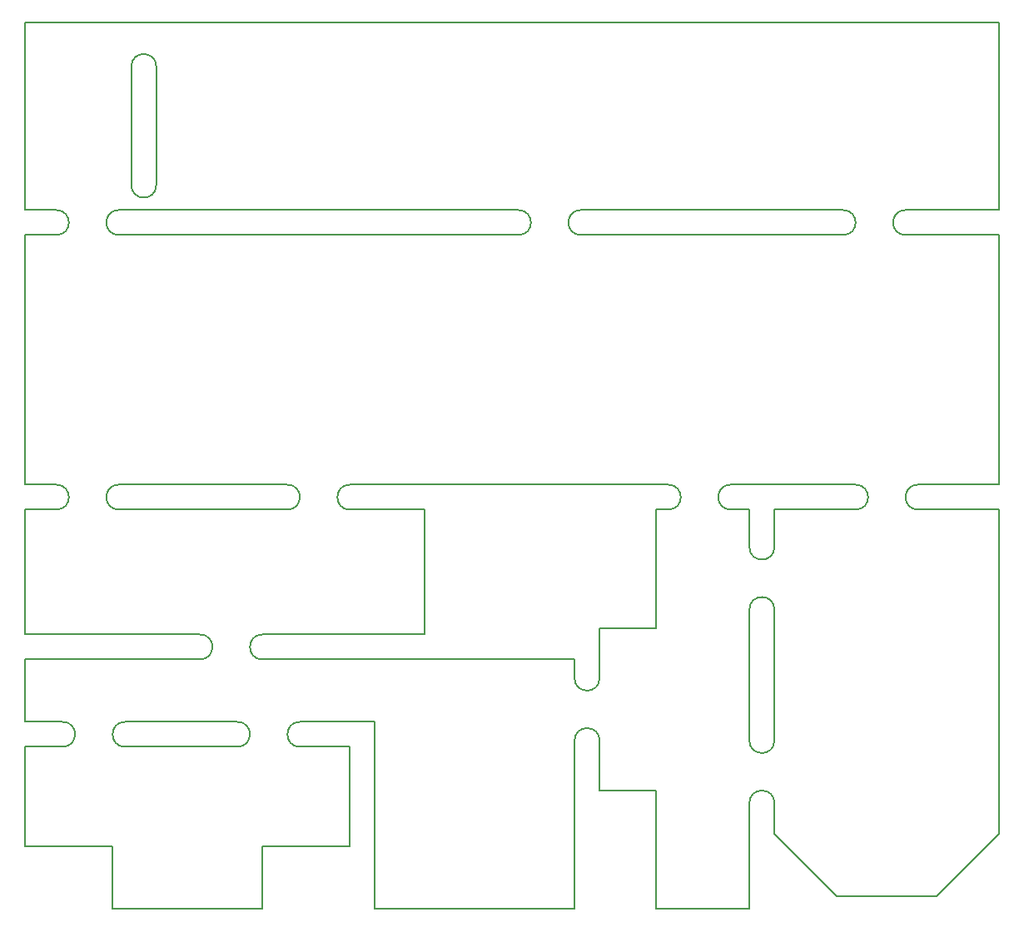
<source format=gko>
G04 #@! TF.FileFunction,Profile,NP*
%FSLAX46Y46*%
G04 Gerber Fmt 4.6, Leading zero omitted, Abs format (unit mm)*
G04 Created by KiCad (PCBNEW 4.0.7-e2-6376~60~ubuntu17.10.1) date Tue Aug 14 05:52:14 2018*
%MOMM*%
%LPD*%
G01*
G04 APERTURE LIST*
%ADD10C,0.350000*%
%ADD11C,0.150000*%
G04 APERTURE END LIST*
D10*
D11*
X173990000Y-135255000D02*
X173990000Y-146050000D01*
X176530000Y-135255000D02*
X176530000Y-138430000D01*
X173990000Y-115570000D02*
X173990000Y-128905000D01*
X176530000Y-128905000D02*
X176530000Y-115570000D01*
X176530000Y-135255000D02*
G75*
G03X173990000Y-135255000I-1270000J0D01*
G01*
X173990000Y-128905000D02*
G75*
G03X176530000Y-128905000I1270000J0D01*
G01*
X173990000Y-109220000D02*
G75*
G03X176530000Y-109220000I1270000J0D01*
G01*
X176530000Y-115570000D02*
G75*
G03X173990000Y-115570000I-1270000J0D01*
G01*
X156210000Y-122555000D02*
G75*
G03X158750000Y-122555000I1270000J0D01*
G01*
X158750000Y-128905000D02*
G75*
G03X156210000Y-128905000I-1270000J0D01*
G01*
X156210000Y-146050000D02*
X156210000Y-128905000D01*
X135890000Y-146050000D02*
X156210000Y-146050000D01*
X135890000Y-127000000D02*
X135890000Y-146050000D01*
X128270000Y-127000000D02*
X135890000Y-127000000D01*
X158750000Y-133985000D02*
X158750000Y-128905000D01*
X156210000Y-120650000D02*
X156210000Y-122555000D01*
X154940000Y-120650000D02*
X156210000Y-120650000D01*
X158750000Y-117475000D02*
X158750000Y-122555000D01*
X124460000Y-120650000D02*
X154940000Y-120650000D01*
X124460000Y-118110000D02*
G75*
G03X124460000Y-120650000I0J-1270000D01*
G01*
X118110000Y-120650000D02*
G75*
G03X118110000Y-118110000I0J1270000D01*
G01*
X164465000Y-105410000D02*
X165735000Y-105410000D01*
X173990000Y-105410000D02*
X172085000Y-105410000D01*
X184785000Y-102870000D02*
X172085000Y-102870000D01*
X173990000Y-105410000D02*
X173990000Y-109220000D01*
X176530000Y-105410000D02*
X176530000Y-109220000D01*
X184785000Y-105410000D02*
X176530000Y-105410000D01*
X199390000Y-105410000D02*
X191135000Y-105410000D01*
X191135000Y-102870000D02*
X199390000Y-102870000D01*
X128270000Y-127000000D02*
G75*
G03X128270000Y-129540000I0J-1270000D01*
G01*
X121920000Y-129540000D02*
G75*
G03X121920000Y-127000000I0J1270000D01*
G01*
X110490000Y-127000000D02*
G75*
G03X110490000Y-129540000I0J-1270000D01*
G01*
X104140000Y-129540000D02*
G75*
G03X104140000Y-127000000I0J1270000D01*
G01*
X128270000Y-129540000D02*
X133350000Y-129540000D01*
X110490000Y-129540000D02*
X121920000Y-129540000D01*
X110490000Y-127000000D02*
X121920000Y-127000000D01*
X100330000Y-129540000D02*
X104140000Y-129540000D01*
X100330000Y-127000000D02*
X104140000Y-127000000D01*
X124460000Y-118110000D02*
X140970000Y-118110000D01*
X100330000Y-118110000D02*
X118110000Y-118110000D01*
X100330000Y-55880000D02*
X199390000Y-55880000D01*
X100330000Y-120650000D02*
X118110000Y-120650000D01*
X100330000Y-127000000D02*
X100330000Y-120650000D01*
X100330000Y-74930000D02*
X103505000Y-74930000D01*
X150495000Y-74930000D02*
X109855000Y-74930000D01*
X183515000Y-74930000D02*
X156845000Y-74930000D01*
X199390000Y-74930000D02*
X189865000Y-74930000D01*
X191135000Y-102870000D02*
G75*
G03X191135000Y-105410000I0J-1270000D01*
G01*
X184785000Y-105410000D02*
G75*
G03X184785000Y-102870000I0J1270000D01*
G01*
X172085000Y-102870000D02*
G75*
G03X172085000Y-105410000I0J-1270000D01*
G01*
X165735000Y-105410000D02*
G75*
G03X165735000Y-102870000I0J1270000D01*
G01*
X133350000Y-102870000D02*
G75*
G03X133350000Y-105410000I0J-1270000D01*
G01*
X127000000Y-105410000D02*
G75*
G03X127000000Y-102870000I0J1270000D01*
G01*
X109855000Y-102870000D02*
G75*
G03X109855000Y-105410000I0J-1270000D01*
G01*
X103505000Y-105410000D02*
G75*
G03X103505000Y-102870000I0J1270000D01*
G01*
X100330000Y-102870000D02*
X103505000Y-102870000D01*
X127000000Y-102870000D02*
X109855000Y-102870000D01*
X165735000Y-102870000D02*
X133350000Y-102870000D01*
X133350000Y-105410000D02*
X140970000Y-105410000D01*
X109855000Y-105410000D02*
X127000000Y-105410000D01*
X100330000Y-105410000D02*
X103505000Y-105410000D01*
X189865000Y-74930000D02*
G75*
G03X189865000Y-77470000I0J-1270000D01*
G01*
X183515000Y-77470000D02*
G75*
G03X183515000Y-74930000I0J1270000D01*
G01*
X156845000Y-74930000D02*
G75*
G03X156845000Y-77470000I0J-1270000D01*
G01*
X150495000Y-77470000D02*
G75*
G03X150495000Y-74930000I0J1270000D01*
G01*
X109855000Y-74930000D02*
G75*
G03X109855000Y-77470000I0J-1270000D01*
G01*
X103505000Y-77470000D02*
G75*
G03X103505000Y-74930000I0J1270000D01*
G01*
X150495000Y-77470000D02*
X109855000Y-77470000D01*
X183515000Y-77470000D02*
X156845000Y-77470000D01*
X199390000Y-77470000D02*
X189865000Y-77470000D01*
X100330000Y-77470000D02*
X103505000Y-77470000D01*
X100330000Y-77470000D02*
X100330000Y-102870000D01*
X199390000Y-102870000D02*
X199390000Y-77470000D01*
X100330000Y-105410000D02*
X100330000Y-118110000D01*
X140970000Y-118110000D02*
X140970000Y-105410000D01*
X113665000Y-60325000D02*
G75*
G03X111125000Y-60325000I-1270000J0D01*
G01*
X113665000Y-72390000D02*
X113665000Y-60325000D01*
X111125000Y-72390000D02*
G75*
G03X113665000Y-72390000I1270000J0D01*
G01*
X111125000Y-72390000D02*
X111125000Y-60325000D01*
X100330000Y-74930000D02*
X100330000Y-55880000D01*
X199390000Y-55880000D02*
X199390000Y-74930000D01*
X133350000Y-139700000D02*
X133350000Y-129540000D01*
X124460000Y-139700000D02*
X133350000Y-139700000D01*
X124460000Y-146050000D02*
X124460000Y-139700000D01*
X109220000Y-146050000D02*
X124460000Y-146050000D01*
X109220000Y-139700000D02*
X109220000Y-146050000D01*
X100330000Y-139700000D02*
X109220000Y-139700000D01*
X100330000Y-129540000D02*
X100330000Y-139700000D01*
X199390000Y-105410000D02*
X199390000Y-138430000D01*
X193040000Y-144780000D02*
X182880000Y-144780000D01*
X199390000Y-138430000D02*
X193040000Y-144780000D01*
X176530000Y-138430000D02*
X182880000Y-144780000D01*
X164465000Y-117475000D02*
X164465000Y-105410000D01*
X158750000Y-117475000D02*
X164465000Y-117475000D01*
X164465000Y-133985000D02*
X158750000Y-133985000D01*
X164465000Y-146050000D02*
X164465000Y-133985000D01*
X173990000Y-146050000D02*
X164465000Y-146050000D01*
M02*

</source>
